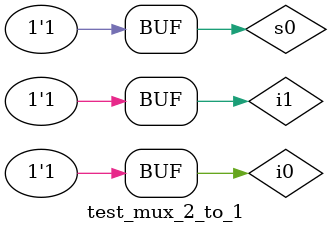
<source format=v>
`timescale 1ns / 1ps


module test_mux_2_to_1;

	// Inputs
	reg i0;
	reg i1;
	reg s0;

	// Outputs
	wire o;

	// Instantiate the Unit Under Test (UUT)
	mux_2_to_1 uut (
		.i0(i0), 
		.i1(i1), 
		.s0(s0), 
		.o(o)
	);

	initial begin
		// Initialize Inputs
		i0 = 0;
		i1 = 0;
		s0 = 0;

		// Wait 100 ns for global reset to finish
		#100;
        
		// Add stimulus here
		i0 = 0;
		i1 = 0;
		s0 = 1;
		#100;
		
		i0 = 0;
		i1 = 1;
		s0 = 0;
		#100;
		
		i0 = 0;
		i1 = 1;
		s0 = 1;
		#100;
		
		i0 = 1;
		i1 = 0;
		s0 = 0;
		#100;
		
		i0 = 1;
		i1 = 0;
		s0 = 1;
		#100;
		
		i0 = 1;
		i1 = 1;
		s0 = 0;
		#100;
		
		i0 = 1;
		i1 = 1;
		s0 = 1;
		#100;
	end
      
endmodule


</source>
